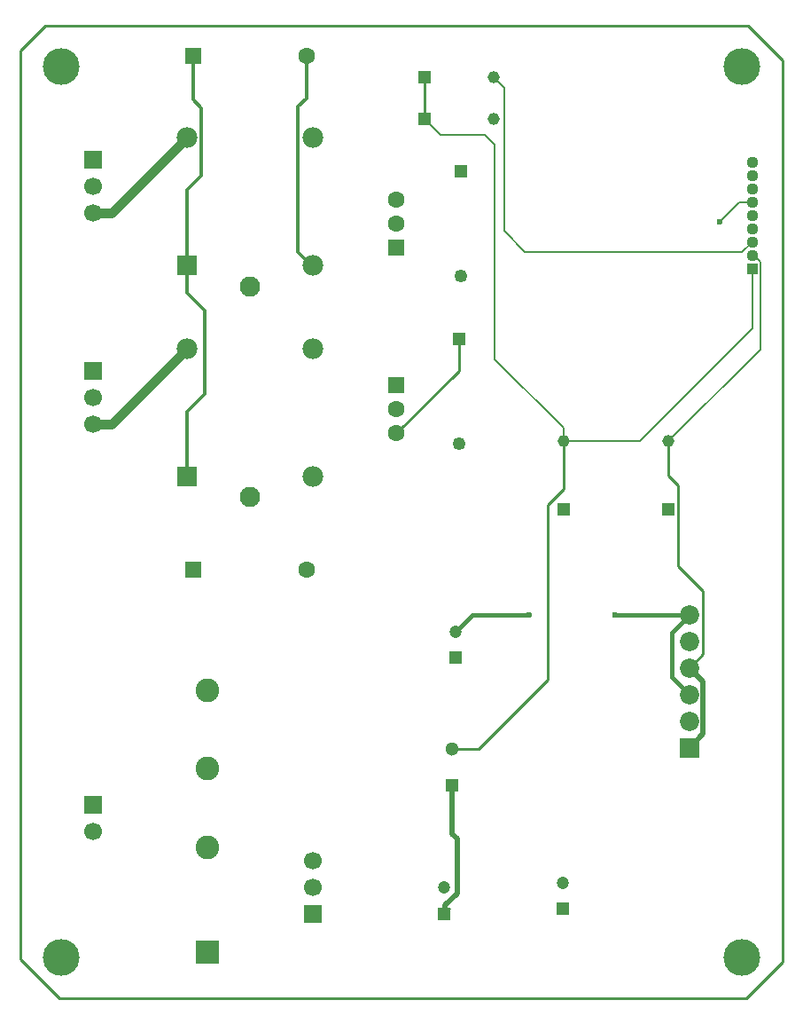
<source format=gbl>
G04*
G04 #@! TF.GenerationSoftware,Altium Limited,Altium Designer,22.1.2 (22)*
G04*
G04 Layer_Physical_Order=2*
G04 Layer_Color=16711680*
%FSLAX43Y43*%
%MOMM*%
G71*
G04*
G04 #@! TF.SameCoordinates,B9ED1628-3B94-4FFD-BB59-448334CAC492*
G04*
G04*
G04 #@! TF.FilePolarity,Positive*
G04*
G01*
G75*
%ADD10C,0.127*%
%ADD13C,0.300*%
%ADD16C,0.254*%
%ADD22C,0.900*%
%ADD26C,1.200*%
%ADD27R,1.200X1.200*%
%ADD28C,1.300*%
%ADD29R,1.300X1.300*%
%ADD30C,1.120*%
%ADD31R,1.120X1.120*%
%ADD34R,1.150X1.150*%
%ADD35C,1.150*%
%ADD41R,1.840X1.840*%
%ADD42C,1.840*%
%ADD45C,1.600*%
%ADD46R,1.600X1.600*%
%ADD47R,1.150X1.150*%
%ADD48C,1.250*%
%ADD49R,1.250X1.250*%
%ADD52C,0.400*%
%ADD53C,0.500*%
%ADD54R,1.700X1.700*%
%ADD55C,1.700*%
%ADD56C,1.980*%
%ADD57C,1.935*%
%ADD58R,1.980X1.980*%
%ADD59C,2.265*%
%ADD60R,2.265X2.265*%
%ADD61C,0.600*%
%ADD62C,3.500*%
D10*
X45280Y88000D02*
X46300Y86980D01*
X48300Y71300D02*
X69030D01*
X46300Y73300D02*
Y86980D01*
Y73300D02*
X48300Y71300D01*
X69030D02*
X70000Y72270D01*
X38720Y84000D02*
X40213Y82507D01*
X44419D02*
X45400Y81526D01*
Y61100D02*
Y81526D01*
X40213Y82507D02*
X44419D01*
X45400Y61100D02*
X52000Y54500D01*
Y53280D02*
Y54500D01*
X68780Y76080D02*
X70000D01*
X66900Y74200D02*
X68780Y76080D01*
X70119Y71000D02*
X70751Y70369D01*
Y62030D02*
Y70369D01*
X70000Y71000D02*
X70119D01*
X62000Y53280D02*
X70751Y62030D01*
X52000Y53280D02*
X59280D01*
X70000Y64000D02*
Y69730D01*
X59280Y53280D02*
X70000Y64000D01*
D13*
X16000Y56031D02*
X17700Y57731D01*
X16000Y67400D02*
Y70000D01*
X17700Y57731D02*
Y65700D01*
X16000Y67400D02*
X17700Y65700D01*
X16000Y70000D02*
Y77212D01*
X16000Y49900D02*
Y56031D01*
X26633Y85182D02*
X27438Y85987D01*
X26633Y71267D02*
Y85182D01*
Y71267D02*
X28000Y69900D01*
X27438Y85987D02*
Y90000D01*
X16562Y85833D02*
X17367Y85028D01*
X16562Y85833D02*
Y90000D01*
X17367Y78579D02*
Y85028D01*
X16000Y77212D02*
X17367Y78579D01*
D16*
X100Y90500D02*
X2500Y92900D01*
X100Y3800D02*
Y90500D01*
Y3800D02*
X3800Y100D01*
X69400D01*
X72900Y3600D01*
Y89600D01*
X69600Y92900D02*
X72900Y89600D01*
X2500Y92900D02*
X69600D01*
X50500Y30500D02*
Y47200D01*
X52000Y48700D01*
X43900Y23900D02*
X50500Y30500D01*
X40682Y8232D02*
X41073Y8623D01*
X40600Y8150D02*
X40682Y8232D01*
X41300Y23900D02*
X43900D01*
X52000Y48700D02*
Y53280D01*
X62952Y41316D02*
X65297Y38971D01*
X64000Y31620D02*
X65297Y32917D01*
Y38971D01*
X62000Y49989D02*
X62952Y49037D01*
Y41316D02*
Y49037D01*
X62000Y49989D02*
Y53280D01*
X38720Y84000D02*
Y88000D01*
X42000Y60000D02*
Y63000D01*
X36000Y54000D02*
X42000Y60000D01*
D22*
X7000Y75000D02*
X8800D01*
X16000Y82200D01*
X7000Y54920D02*
X8820D01*
X16000Y62100D01*
D26*
X51900Y11150D02*
D03*
X41700Y35100D02*
D03*
X40600Y10650D02*
D03*
D27*
X51900Y8650D02*
D03*
X41700Y32600D02*
D03*
X40600Y8150D02*
D03*
D28*
X41300Y23900D02*
D03*
D29*
Y20400D02*
D03*
D30*
X70000Y79890D02*
D03*
Y78620D02*
D03*
Y77350D02*
D03*
Y76080D02*
D03*
Y74810D02*
D03*
Y73540D02*
D03*
Y72270D02*
D03*
Y71000D02*
D03*
D31*
Y69730D02*
D03*
D34*
X38720Y88000D02*
D03*
Y84000D02*
D03*
D35*
X45280Y88000D02*
D03*
Y84000D02*
D03*
X62000Y53280D02*
D03*
X52000D02*
D03*
D41*
X64000Y24000D02*
D03*
D42*
Y26540D02*
D03*
Y29080D02*
D03*
Y31620D02*
D03*
Y34160D02*
D03*
Y36700D02*
D03*
D45*
X36000Y74000D02*
D03*
Y76290D02*
D03*
Y56290D02*
D03*
Y54000D02*
D03*
X27438Y41000D02*
D03*
Y90000D02*
D03*
D46*
X36000Y71710D02*
D03*
Y58580D02*
D03*
X16562Y41000D02*
D03*
Y90000D02*
D03*
D47*
X62000Y46720D02*
D03*
X52000D02*
D03*
D48*
X42200Y69000D02*
D03*
X42000Y53000D02*
D03*
D49*
X42200Y79000D02*
D03*
X42000Y63000D02*
D03*
D52*
X56900Y36700D02*
X64000D01*
X43300D02*
X48700D01*
X62300Y30780D02*
Y35000D01*
X64000Y36700D01*
X62300Y30780D02*
X64000Y29080D01*
X41700Y35100D02*
X43300Y36700D01*
D53*
X41300Y15800D02*
X41800Y15300D01*
X41300Y15800D02*
Y20400D01*
X40682Y8982D02*
X41800Y10100D01*
Y15300D01*
X40682Y8232D02*
Y8982D01*
X64000Y24000D02*
X65297Y25297D01*
Y30323D01*
X64000Y31620D02*
X65297Y30323D01*
D54*
X7000Y80080D02*
D03*
Y60000D02*
D03*
X28007Y8164D02*
D03*
X7000Y18540D02*
D03*
D55*
Y77540D02*
D03*
Y75000D02*
D03*
Y57460D02*
D03*
Y54920D02*
D03*
X28007Y10704D02*
D03*
Y13244D02*
D03*
X7000Y16000D02*
D03*
D56*
X16000Y62100D02*
D03*
X28000D02*
D03*
Y49900D02*
D03*
X16000Y82200D02*
D03*
X28000D02*
D03*
Y70000D02*
D03*
D57*
X22000Y47900D02*
D03*
X22000Y68000D02*
D03*
D58*
X16000Y49900D02*
D03*
X16000Y70000D02*
D03*
D59*
X18000Y29500D02*
D03*
Y22000D02*
D03*
Y14500D02*
D03*
D60*
Y4500D02*
D03*
D61*
X56900Y36700D02*
D03*
X48700D02*
D03*
X66900Y74200D02*
D03*
D62*
X69000Y4000D02*
D03*
X4000D02*
D03*
Y89000D02*
D03*
X69000D02*
D03*
M02*

</source>
